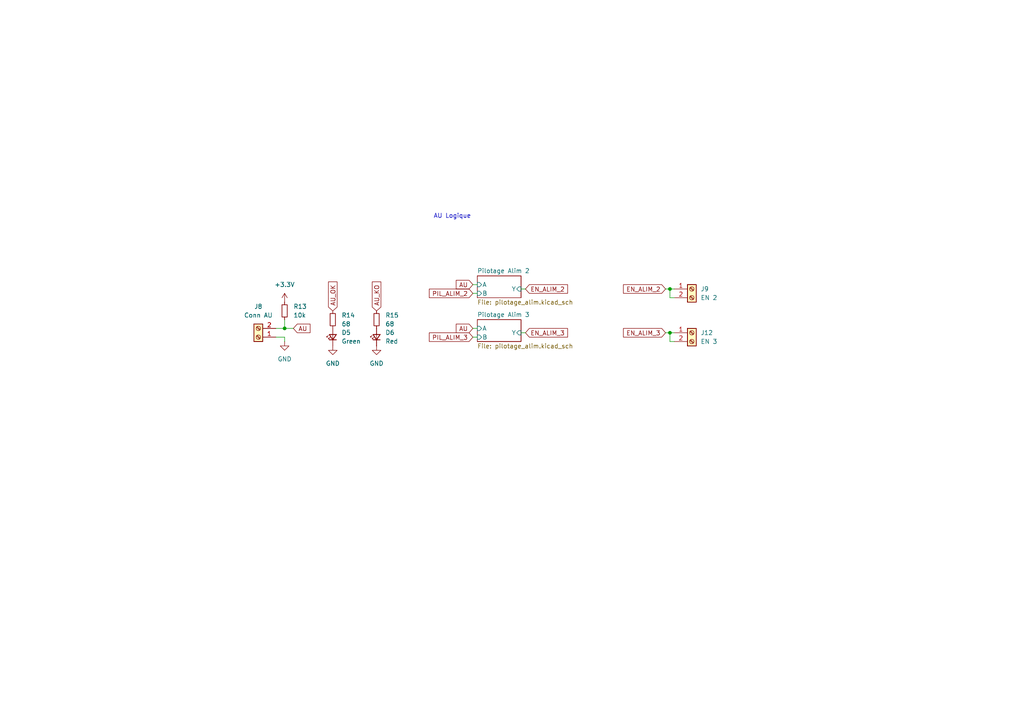
<source format=kicad_sch>
(kicad_sch (version 20231120) (generator "eeschema") (generator_version "8.0")
  (paper "A4")
  (lib_symbols
    (symbol "Connector:Screw_Terminal_01x02" (pin_names (offset 1.016) hide)
      (property "Reference" "J" (at 0 2.54 0))
      (property "Value" "Screw_Terminal_01x02" (at 0 -5.08 0))
      (symbol "Screw_Terminal_01x02_1_1"
        (rectangle (start -1.27 1.27) (end 1.27 -3.81) (stroke (width 0.254)) (fill (type background)))
        (circle (center 0 -2.54) (radius 0.635) (stroke (width 0.1524)))
        (polyline (pts (xy -0.5334 -2.2098) (xy 0.3302 -3.048)) (stroke (width 0.1524)))
        (polyline (pts (xy -0.5334 0.3302) (xy 0.3302 -0.508)) (stroke (width 0.1524)))
        (polyline (pts (xy -0.3556 -2.032) (xy 0.508 -2.8702)) (stroke (width 0.1524)))
        (polyline (pts (xy -0.3556 0.508) (xy 0.508 -0.3302)) (stroke (width 0.1524)))
        (circle (center 0 0) (radius 0.635) (stroke (width 0.1524)))
        (pin passive line (at -5.08 0 0) (length 3.81) (name "Pin_1") (number "1"))
        (pin passive line (at -5.08 -2.54 0) (length 3.81) (name "Pin_2") (number "2"))
      )
    )
    (symbol "Device:LED_Small" (pin_numbers hide) (pin_names (offset 0.254) hide)
      (property "Reference" "D" (at -1.27 3.175 0))
      (property "Value" "LED_Small" (at -4.445 -2.54 0))
      (symbol "LED_Small_0_1"
        (polyline (pts (xy -0.762 -1.016) (xy -0.762 1.016)) (stroke (width 0.254)))
        (polyline (pts (xy 1.016 0) (xy -0.762 0)))
        (polyline (pts (xy 0.762 -1.016) (xy -0.762 0) (xy 0.762 1.016) (xy 0.762 -1.016)) (stroke (width 0.254)))
        (polyline (pts (xy 0 0.762) (xy -0.508 1.27) (xy -0.254 1.27) (xy -0.508 1.27) (xy -0.508 1.016)))
        (polyline (pts (xy 0.508 1.27) (xy 0 1.778) (xy 0.254 1.778) (xy 0 1.778) (xy 0 1.524)))
      )
      (symbol "LED_Small_1_1"
        (pin passive line (at -2.54 0 0) (length 1.778) (name "K") (number "1"))
        (pin passive line (at 2.54 0 180) (length 1.778) (name "A") (number "2"))
      )
    )
    (symbol "Device:R_Small" (pin_numbers hide) (pin_names (offset 0.254) hide)
      (property "Reference" "R" (at 0.762 0.508 0))
      (property "Value" "R_Small" (at 0.762 -1.016 0))
      (symbol "R_Small_0_1"
        (rectangle (start -0.762 1.778) (end 0.762 -1.778) (stroke (width 0.2032)))
      )
      (symbol "R_Small_1_1"
        (pin passive line (at 0 2.54 270) (length 0.762) (name "~") (number "1"))
        (pin passive line (at 0 -2.54 90) (length 0.762) (name "~") (number "2"))
      )
    )
    (symbol "power:+3.3V" (power) (pin_numbers hide) (pin_names (offset 0) hide)
      (property "Value" "+3.3V" (at 0 3.556 0))
      (symbol "+3.3V_0_1"
        (polyline (pts (xy -0.762 1.27) (xy 0 2.54)))
        (polyline (pts (xy 0 0) (xy 0 2.54)))
        (polyline (pts (xy 0 2.54) (xy 0.762 1.27)))
      )
      (symbol "+3.3V_1_1"
        (pin power_in line (at 0 0 90) (length 0) (name "~") (number "1"))
      )
    )
    (symbol "power:GND" (power) (pin_numbers hide) (pin_names (offset 0) hide)
      (property "Value" "GND" (at 0 -3.81 0))
      (symbol "GND_0_1"
        (polyline (pts (xy 0 0) (xy 0 -1.27) (xy 1.27 -1.27) (xy 0 -2.54) (xy -1.27 -1.27) (xy 0 -1.27)))
      )
      (symbol "GND_1_1"
        (pin power_in line (at 0 0 270) (length 0) (name "~") (number "1"))
      )
    )
  )
  (junction (at 194.31 96.52))
  (junction (at 82.55 95.25))
  (junction (at 194.31 83.82))
  (wire (pts (xy 137.16 95.25) (xy 138.43 95.25)))
  (wire (pts (xy 80.01 97.79) (xy 82.55 97.79)))
  (wire (pts (xy 137.16 97.79) (xy 138.43 97.79)))
  (wire (pts (xy 195.58 99.06) (xy 194.31 99.06)))
  (wire (pts (xy 193.04 96.52) (xy 194.31 96.52)))
  (wire (pts (xy 82.55 97.79) (xy 82.55 99.06)))
  (wire (pts (xy 137.16 85.09) (xy 138.43 85.09)))
  (wire (pts (xy 194.31 96.52) (xy 195.58 96.52)))
  (wire (pts (xy 194.31 86.36) (xy 194.31 83.82)))
  (wire (pts (xy 151.13 83.82) (xy 152.4 83.82)))
  (wire (pts (xy 193.04 83.82) (xy 194.31 83.82)))
  (wire (pts (xy 195.58 86.36) (xy 194.31 86.36)))
  (wire (pts (xy 194.31 83.82) (xy 195.58 83.82)))
  (wire (pts (xy 137.16 82.55) (xy 138.43 82.55)))
  (wire (pts (xy 151.13 96.52) (xy 152.4 96.52)))
  (wire (pts (xy 194.31 99.06) (xy 194.31 96.52)))
  (wire (pts (xy 82.55 95.25) (xy 85.09 95.25)))
  (wire (pts (xy 82.55 92.71) (xy 82.55 95.25)))
  (wire (pts (xy 80.01 95.25) (xy 82.55 95.25)))
  (text "AU Logique" (at 125.73 63.5 0) (effects (font (size 1.27 1.27)) (justify left bottom)))
  (global_label "EN_ALIM_2" (shape input) (at 152.4 83.82 0) (property "Intersheetrefs" "${INTERSHEET_REFS}" (effects (hide yes))))
  (global_label "EN_ALIM_3" (shape input) (at 193.04 96.52 180) (property "Intersheetrefs" "${INTERSHEET_REFS}" (effects (hide yes))))
  (global_label "PIL_ALIM_2" (shape input) (at 137.16 85.09 180) (property "Intersheetrefs" "${INTERSHEET_REFS}" (effects (hide yes))))
  (global_label "AU" (shape input) (at 137.16 82.55 180) (property "Intersheetrefs" "${INTERSHEET_REFS}" (effects (hide yes))))
  (global_label "AU_KO" (shape input) (at 109.22 90.17 90) (property "Intersheetrefs" "${INTERSHEET_REFS}" (effects (hide yes))))
  (global_label "EN_ALIM_2" (shape input) (at 193.04 83.82 180) (property "Intersheetrefs" "${INTERSHEET_REFS}" (effects (hide yes))))
  (global_label "AU_OK" (shape input) (at 96.52 90.17 90) (property "Intersheetrefs" "${INTERSHEET_REFS}" (effects (hide yes))))
  (global_label "EN_ALIM_3" (shape input) (at 152.4 96.52 0) (property "Intersheetrefs" "${INTERSHEET_REFS}" (effects (hide yes))))
  (global_label "AU" (shape input) (at 85.09 95.25 0) (property "Intersheetrefs" "${INTERSHEET_REFS}" (effects (hide yes))))
  (global_label "AU" (shape input) (at 137.16 95.25 180) (property "Intersheetrefs" "${INTERSHEET_REFS}" (effects (hide yes))))
  (global_label "PIL_ALIM_3" (shape input) (at 137.16 97.79 180) (property "Intersheetrefs" "${INTERSHEET_REFS}" (effects (hide yes))))
  (symbol (lib_id "Device:R_Small") (at 96.52 92.71 0) (unit 1)
    (property "Reference" "R14" (at 99.06 91.44 0) (effects (justify left)))
    (property "Value" "68" (at 99.06 93.98 0) (effects (justify left)))
    (property "Footprint" "Resistor_SMD:R_0805_2012Metric_Pad1.20x1.40mm_HandSolder" (effects (hide yes)))
    (property "Description" "Resistor, small symbol" (effects (hide yes)))
    (property "LCSC Part" "C17802" (effects (hide yes)))
  )
  (symbol (lib_id "Device:R_Small") (at 82.55 90.17 0) (unit 1)
    (property "Reference" "R13" (at 85.09 88.9 0) (effects (justify left)))
    (property "Value" "10k" (at 85.09 91.44 0) (effects (justify left)))
    (property "Footprint" "Resistor_SMD:R_0805_2012Metric_Pad1.20x1.40mm_HandSolder" (effects (hide yes)))
    (property "Description" "Resistor, small symbol" (effects (hide yes)))
    (property "LCSC Part" "C17414" (effects (hide yes)))
  )
  (symbol (lib_id "Device:LED_Small") (at 109.22 97.79 90) (unit 1)
    (property "Reference" "D6" (at 111.76 96.4565 90) (effects (justify right)))
    (property "Value" "Red" (at 111.76 98.9965 90) (effects (justify right)))
    (property "Footprint" "LED_SMD:LED_0805_2012Metric_Pad1.15x1.40mm_HandSolder" (effects (hide yes)))
    (property "Description" "Light emitting diode, small symbol" (effects (hide yes)))
    (property "LCSC Part" "C72037" (effects (hide yes)))
  )
  (symbol (lib_id "power:GND") (at 109.22 100.33 0) (unit 1)
    (property "Reference" "#PWR065" (effects (hide yes)))
    (property "Value" "GND" (at 109.22 105.41 0))
    (property "Description" "Power symbol creates a global label with name \"GND\" , ground" (effects (hide yes)))
  )
  (symbol (lib_id "power:GND") (at 96.52 100.33 0) (unit 1)
    (property "Reference" "#PWR064" (effects (hide yes)))
    (property "Value" "GND" (at 96.52 105.41 0))
    (property "Description" "Power symbol creates a global label with name \"GND\" , ground" (effects (hide yes)))
  )
  (symbol (lib_id "Device:LED_Small") (at 96.52 97.79 90) (unit 1)
    (property "Reference" "D5" (at 99.06 96.4565 90) (effects (justify right)))
    (property "Value" "Green" (at 99.06 98.9965 90) (effects (justify right)))
    (property "Footprint" "LED_SMD:LED_0805_2012Metric_Pad1.15x1.40mm_HandSolder" (effects (hide yes)))
    (property "Description" "Light emitting diode, small symbol" (effects (hide yes)))
    (property "LCSC Part" "C63855" (effects (hide yes)))
  )
  (symbol (lib_id "Connector:Screw_Terminal_01x02") (at 74.93 97.79 180) (unit 1)
    (property "Reference" "J8" (at 74.93 88.9 0))
    (property "Value" "Conn AU" (at 74.93 91.44 0))
    (property "Footprint" "TerminalBlock_Phoenix:TerminalBlock_Phoenix_MPT-0,5-2-2.54_1x02_P2.54mm_Horizontal" (effects (hide yes)))
    (property "Description" "Generic screw terminal, single row, 01x02, script generated (kicad-library-utils/schlib/autogen/connector/)" (effects (hide yes)))
    (property "JLCPCB BOM" "0" (effects (hide yes)))
  )
  (symbol (lib_id "Connector:Screw_Terminal_01x02") (at 200.66 83.82 0) (unit 1)
    (property "Reference" "J9" (at 203.2 83.82 0) (effects (justify left)))
    (property "Value" "EN 2" (at 203.2 86.36 0) (effects (justify left)))
    (property "Footprint" "TerminalBlock_Phoenix:TerminalBlock_Phoenix_MPT-0,5-2-2.54_1x02_P2.54mm_Horizontal" (effects (hide yes)))
    (property "Description" "Generic screw terminal, single row, 01x02, script generated (kicad-library-utils/schlib/autogen/connector/)" (effects (hide yes)))
    (property "JLCPCB BOM" "0" (effects (hide yes)))
  )
  (symbol (lib_id "power:GND") (at 82.55 99.06 0) (unit 1)
    (property "Reference" "#PWR063" (effects (hide yes)))
    (property "Value" "GND" (at 82.55 104.14 0))
    (property "Description" "Power symbol creates a global label with name \"GND\" , ground" (effects (hide yes)))
  )
  (symbol (lib_id "Connector:Screw_Terminal_01x02") (at 200.66 96.52 0) (unit 1)
    (property "Reference" "J12" (at 203.2 96.52 0) (effects (justify left)))
    (property "Value" "EN 3" (at 203.2 99.06 0) (effects (justify left)))
    (property "Footprint" "TerminalBlock_Phoenix:TerminalBlock_Phoenix_MPT-0,5-2-2.54_1x02_P2.54mm_Horizontal" (effects (hide yes)))
    (property "Description" "Generic screw terminal, single row, 01x02, script generated (kicad-library-utils/schlib/autogen/connector/)" (effects (hide yes)))
    (property "JLCPCB BOM" "0" (effects (hide yes)))
  )
  (symbol (lib_id "power:+3.3V") (at 82.55 87.63 0) (unit 1)
    (property "Reference" "#PWR062" (effects (hide yes)))
    (property "Value" "+3.3V" (at 82.55 82.55 0))
    (property "Description" "Power symbol creates a global label with name \"+3.3V\"" (effects (hide yes)))
  )
  (symbol (lib_id "Device:R_Small") (at 109.22 92.71 0) (unit 1)
    (property "Reference" "R15" (at 111.76 91.44 0) (effects (justify left)))
    (property "Value" "68" (at 111.76 93.98 0) (effects (justify left)))
    (property "Footprint" "Resistor_SMD:R_0805_2012Metric_Pad1.20x1.40mm_HandSolder" (effects (hide yes)))
    (property "Description" "Resistor, small symbol" (effects (hide yes)))
    (property "LCSC Part" "C17802" (effects (hide yes)))
  )
  (sheet (at 138.43 92.71) (size 12.7 6.35) (stroke (width 0.1524))
    (property "Sheetname" "Pilotage Alim 3" (at 138.43 91.9984 0) (effects (justify left bottom)))
    (property "Sheetfile" "pilotage_alim.kicad_sch" (at 138.43 99.6446 0) (effects (justify left top)))
    (pin "B" input (at 138.43 97.79 180))
    (pin "A" input (at 138.43 95.25 180))
    (pin "Y" input (at 151.13 96.52 0))
  )
  (sheet (at 138.43 80.01) (size 12.7 6.35) (stroke (width 0.1524))
    (property "Sheetname" "Pilotage Alim 2" (at 138.43 79.2984 0) (effects (justify left bottom)))
    (property "Sheetfile" "pilotage_alim.kicad_sch" (at 138.43 86.9446 0) (effects (justify left top)))
    (pin "B" input (at 138.43 85.09 180))
    (pin "A" input (at 138.43 82.55 180))
    (pin "Y" input (at 151.13 83.82 0))
  )
)
</source>
